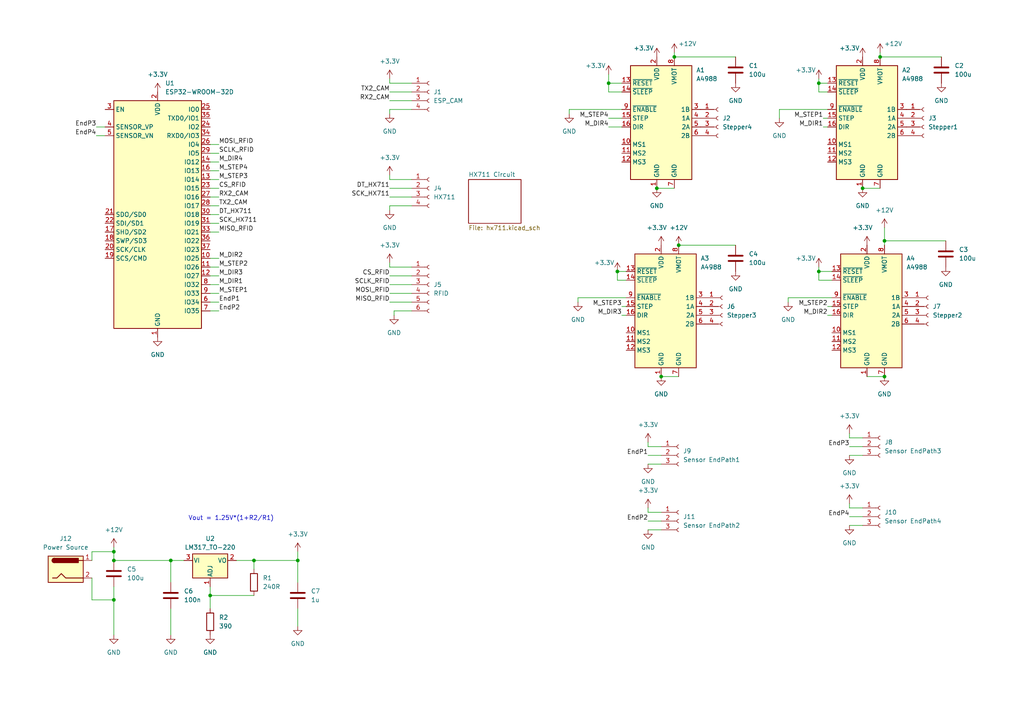
<source format=kicad_sch>
(kicad_sch (version 20230121) (generator eeschema)
  (paper "A4")
  (lib_symbols
    (symbol "Connector:Conn_01x03_Socket" (pin_names (offset 1.016) hide)
      (property "Reference" "J" (at 0 5.08 0))
      (property "Value" "Conn_01x03_Socket" (at 0 -5.08 0))
      (symbol "Conn_01x03_Socket_1_1"
        (arc (start 0 -2.032) (mid -0.5058 -2.54) (end 0 -3.048) (stroke (width 0.1524)))
        (polyline (pts (xy -1.27 -2.54) (xy -0.508 -2.54)) (stroke (width 0.1524)))
        (polyline (pts (xy -1.27 0) (xy -0.508 0)) (stroke (width 0.1524)))
        (polyline (pts (xy -1.27 2.54) (xy -0.508 2.54)) (stroke (width 0.1524)))
        (arc (start 0 0.508) (mid -0.5058 0) (end 0 -0.508) (stroke (width 0.1524)))
        (arc (start 0 3.048) (mid -0.5058 2.54) (end 0 2.032) (stroke (width 0.1524)))
        (pin passive line (at -5.08 2.54 0) (length 3.81) (name "Pin_1") (number "1"))
        (pin passive line (at -5.08 0 0) (length 3.81) (name "Pin_2") (number "2"))
        (pin passive line (at -5.08 -2.54 0) (length 3.81) (name "Pin_3") (number "3"))
      )
    )
    (symbol "Connector:Conn_01x04_Socket" (pin_names (offset 1.016) hide)
      (property "Reference" "J" (at 0 5.08 0))
      (property "Value" "Conn_01x04_Socket" (at 0 -7.62 0))
      (symbol "Conn_01x04_Socket_1_1"
        (arc (start 0 -4.572) (mid -0.5058 -5.08) (end 0 -5.588) (stroke (width 0.1524)))
        (arc (start 0 -2.032) (mid -0.5058 -2.54) (end 0 -3.048) (stroke (width 0.1524)))
        (polyline (pts (xy -1.27 -5.08) (xy -0.508 -5.08)) (stroke (width 0.1524)))
        (polyline (pts (xy -1.27 -2.54) (xy -0.508 -2.54)) (stroke (width 0.1524)))
        (polyline (pts (xy -1.27 0) (xy -0.508 0)) (stroke (width 0.1524)))
        (polyline (pts (xy -1.27 2.54) (xy -0.508 2.54)) (stroke (width 0.1524)))
        (arc (start 0 0.508) (mid -0.5058 0) (end 0 -0.508) (stroke (width 0.1524)))
        (arc (start 0 3.048) (mid -0.5058 2.54) (end 0 2.032) (stroke (width 0.1524)))
        (pin passive line (at -5.08 2.54 0) (length 3.81) (name "Pin_1") (number "1"))
        (pin passive line (at -5.08 0 0) (length 3.81) (name "Pin_2") (number "2"))
        (pin passive line (at -5.08 -2.54 0) (length 3.81) (name "Pin_3") (number "3"))
        (pin passive line (at -5.08 -5.08 0) (length 3.81) (name "Pin_4") (number "4"))
      )
    )
    (symbol "Connector:Conn_01x06_Socket" (pin_names (offset 1.016) hide)
      (property "Reference" "J" (at 0 7.62 0))
      (property "Value" "Conn_01x06_Socket" (at 0 -10.16 0))
      (symbol "Conn_01x06_Socket_1_1"
        (arc (start 0 -7.112) (mid -0.5058 -7.62) (end 0 -8.128) (stroke (width 0.1524)))
        (arc (start 0 -4.572) (mid -0.5058 -5.08) (end 0 -5.588) (stroke (width 0.1524)))
        (arc (start 0 -2.032) (mid -0.5058 -2.54) (end 0 -3.048) (stroke (width 0.1524)))
        (polyline (pts (xy -1.27 -7.62) (xy -0.508 -7.62)) (stroke (width 0.1524)))
        (polyline (pts (xy -1.27 -5.08) (xy -0.508 -5.08)) (stroke (width 0.1524)))
        (polyline (pts (xy -1.27 -2.54) (xy -0.508 -2.54)) (stroke (width 0.1524)))
        (polyline (pts (xy -1.27 0) (xy -0.508 0)) (stroke (width 0.1524)))
        (polyline (pts (xy -1.27 2.54) (xy -0.508 2.54)) (stroke (width 0.1524)))
        (polyline (pts (xy -1.27 5.08) (xy -0.508 5.08)) (stroke (width 0.1524)))
        (arc (start 0 0.508) (mid -0.5058 0) (end 0 -0.508) (stroke (width 0.1524)))
        (arc (start 0 3.048) (mid -0.5058 2.54) (end 0 2.032) (stroke (width 0.1524)))
        (arc (start 0 5.588) (mid -0.5058 5.08) (end 0 4.572) (stroke (width 0.1524)))
        (pin passive line (at -5.08 5.08 0) (length 3.81) (name "Pin_1") (number "1"))
        (pin passive line (at -5.08 2.54 0) (length 3.81) (name "Pin_2") (number "2"))
        (pin passive line (at -5.08 0 0) (length 3.81) (name "Pin_3") (number "3"))
        (pin passive line (at -5.08 -2.54 0) (length 3.81) (name "Pin_4") (number "4"))
        (pin passive line (at -5.08 -5.08 0) (length 3.81) (name "Pin_5") (number "5"))
        (pin passive line (at -5.08 -7.62 0) (length 3.81) (name "Pin_6") (number "6"))
      )
    )
    (symbol "Connector:Jack-DC" (pin_names (offset 1.016))
      (property "Reference" "J" (at 0 5.334 0))
      (property "Value" "Jack-DC" (at 0 -5.08 0))
      (symbol "Jack-DC_0_1"
        (rectangle (start -5.08 3.81) (end 5.08 -3.81) (stroke (width 0.254)) (fill (type background)))
        (arc (start -3.302 3.175) (mid -3.9343 2.54) (end -3.302 1.905) (stroke (width 0.254)))
        (arc (start -3.302 3.175) (mid -3.9343 2.54) (end -3.302 1.905) (stroke (width 0.254)) (fill (type outline)))
        (polyline (pts (xy 5.08 2.54) (xy 3.81 2.54)) (stroke (width 0.254)))
        (polyline (pts (xy -3.81 -2.54) (xy -2.54 -2.54) (xy -1.27 -1.27) (xy 0 -2.54) (xy 2.54 -2.54) (xy 5.08 -2.54)) (stroke (width 0.254)))
        (rectangle (start 3.683 3.175) (end -3.302 1.905) (stroke (width 0.254)) (fill (type outline)))
      )
      (symbol "Jack-DC_1_1"
        (pin passive line (at 7.62 2.54 180) (length 2.54) (name "~") (number "1"))
        (pin passive line (at 7.62 -2.54 180) (length 2.54) (name "~") (number "2"))
      )
    )
    (symbol "Device:C" (pin_numbers hide) (pin_names (offset 0.254))
      (property "Reference" "C" (at 0.635 2.54 0))
      (property "Value" "C" (at 0.635 -2.54 0))
      (symbol "C_0_1"
        (polyline (pts (xy -2.032 -0.762) (xy 2.032 -0.762)) (stroke (width 0.508)))
        (polyline (pts (xy -2.032 0.762) (xy 2.032 0.762)) (stroke (width 0.508)))
      )
      (symbol "C_1_1"
        (pin passive line (at 0 3.81 270) (length 2.794) (name "~") (number "1"))
        (pin passive line (at 0 -3.81 90) (length 2.794) (name "~") (number "2"))
      )
    )
    (symbol "Device:R" (pin_numbers hide) (pin_names (offset 0))
      (property "Reference" "R" (at 2.032 0 90))
      (property "Value" "R" (at 0 0 90))
      (symbol "R_0_1"
        (rectangle (start -1.016 -2.54) (end 1.016 2.54) (stroke (width 0.254)))
      )
      (symbol "R_1_1"
        (pin passive line (at 0 3.81 270) (length 1.27) (name "~") (number "1"))
        (pin passive line (at 0 -3.81 90) (length 1.27) (name "~") (number "2"))
      )
    )
    (symbol "Driver_Motor:Pololu_Breakout_A4988"
      (property "Reference" "A" (at -2.54 19.05 0))
      (property "Value" "Pololu_Breakout_A4988" (at -2.54 16.51 0))
      (symbol "Pololu_Breakout_A4988_0_1"
        (rectangle (start 10.16 -17.78) (end -7.62 15.24) (stroke (width 0.254)) (fill (type background)))
      )
      (symbol "Pololu_Breakout_A4988_1_1"
        (pin power_in line (at 0 -20.32 90) (length 2.54) (name "GND") (number "1"))
        (pin input line (at -10.16 -7.62 0) (length 2.54) (name "MS1") (number "10"))
        (pin input line (at -10.16 -10.16 0) (length 2.54) (name "MS2") (number "11"))
        (pin input line (at -10.16 -12.7 0) (length 2.54) (name "MS3") (number "12"))
        (pin input line (at -10.16 10.16 0) (length 2.54) (name "~{RESET}") (number "13"))
        (pin input line (at -10.16 7.62 0) (length 2.54) (name "~{SLEEP}") (number "14"))
        (pin input line (at -10.16 0 0) (length 2.54) (name "STEP") (number "15"))
        (pin input line (at -10.16 -2.54 0) (length 2.54) (name "DIR") (number "16"))
        (pin power_in line (at 0 17.78 270) (length 2.54) (name "VDD") (number "2"))
        (pin output line (at 12.7 2.54 180) (length 2.54) (name "1B") (number "3"))
        (pin output line (at 12.7 0 180) (length 2.54) (name "1A") (number "4"))
        (pin output line (at 12.7 -2.54 180) (length 2.54) (name "2A") (number "5"))
        (pin output line (at 12.7 -5.08 180) (length 2.54) (name "2B") (number "6"))
        (pin power_in line (at 5.08 -20.32 90) (length 2.54) (name "GND") (number "7"))
        (pin power_in line (at 5.08 17.78 270) (length 2.54) (name "VMOT") (number "8"))
        (pin input line (at -10.16 2.54 0) (length 2.54) (name "~{ENABLE}") (number "9"))
      )
    )
    (symbol "RF_Module:ESP32-WROOM-32D"
      (property "Reference" "U" (at -12.7 34.29 0))
      (property "Value" "ESP32-WROOM-32D" (at 1.27 34.29 0))
      (symbol "ESP32-WROOM-32D_0_1"
        (rectangle (start -12.7 33.02) (end 12.7 -33.02) (stroke (width 0.254)) (fill (type background)))
      )
      (symbol "ESP32-WROOM-32D_1_1"
        (pin power_in line (at 0 -35.56 90) (length 2.54) (name "GND") (number "1"))
        (pin bidirectional line (at 15.24 -12.7 180) (length 2.54) (name "IO25") (number "10"))
        (pin bidirectional line (at 15.24 -15.24 180) (length 2.54) (name "IO26") (number "11"))
        (pin bidirectional line (at 15.24 -17.78 180) (length 2.54) (name "IO27") (number "12"))
        (pin bidirectional line (at 15.24 10.16 180) (length 2.54) (name "IO14") (number "13"))
        (pin bidirectional line (at 15.24 15.24 180) (length 2.54) (name "IO12") (number "14"))
        (pin passive line (at 0 -35.56 90) (length 2.54) hide (name "GND") (number "15"))
        (pin bidirectional line (at 15.24 12.7 180) (length 2.54) (name "IO13") (number "16"))
        (pin bidirectional line (at -15.24 -5.08 0) (length 2.54) (name "SHD/SD2") (number "17"))
        (pin bidirectional line (at -15.24 -7.62 0) (length 2.54) (name "SWP/SD3") (number "18"))
        (pin bidirectional line (at -15.24 -12.7 0) (length 2.54) (name "SCS/CMD") (number "19"))
        (pin power_in line (at 0 35.56 270) (length 2.54) (name "VDD") (number "2"))
        (pin bidirectional line (at -15.24 -10.16 0) (length 2.54) (name "SCK/CLK") (number "20"))
        (pin bidirectional line (at -15.24 0 0) (length 2.54) (name "SDO/SD0") (number "21"))
        (pin bidirectional line (at -15.24 -2.54 0) (length 2.54) (name "SDI/SD1") (number "22"))
        (pin bidirectional line (at 15.24 7.62 180) (length 2.54) (name "IO15") (number "23"))
        (pin bidirectional line (at 15.24 25.4 180) (length 2.54) (name "IO2") (number "24"))
        (pin bidirectional line (at 15.24 30.48 180) (length 2.54) (name "IO0") (number "25"))
        (pin bidirectional line (at 15.24 20.32 180) (length 2.54) (name "IO4") (number "26"))
        (pin bidirectional line (at 15.24 5.08 180) (length 2.54) (name "IO16") (number "27"))
        (pin bidirectional line (at 15.24 2.54 180) (length 2.54) (name "IO17") (number "28"))
        (pin bidirectional line (at 15.24 17.78 180) (length 2.54) (name "IO5") (number "29"))
        (pin input line (at -15.24 30.48 0) (length 2.54) (name "EN") (number "3"))
        (pin bidirectional line (at 15.24 0 180) (length 2.54) (name "IO18") (number "30"))
        (pin bidirectional line (at 15.24 -2.54 180) (length 2.54) (name "IO19") (number "31"))
        (pin no_connect line (at -12.7 -27.94 0) (length 2.54) hide (name "NC") (number "32"))
        (pin bidirectional line (at 15.24 -5.08 180) (length 2.54) (name "IO21") (number "33"))
        (pin bidirectional line (at 15.24 22.86 180) (length 2.54) (name "RXD0/IO3") (number "34"))
        (pin bidirectional line (at 15.24 27.94 180) (length 2.54) (name "TXD0/IO1") (number "35"))
        (pin bidirectional line (at 15.24 -7.62 180) (length 2.54) (name "IO22") (number "36"))
        (pin bidirectional line (at 15.24 -10.16 180) (length 2.54) (name "IO23") (number "37"))
        (pin passive line (at 0 -35.56 90) (length 2.54) hide (name "GND") (number "38"))
        (pin passive line (at 0 -35.56 90) (length 2.54) hide (name "GND") (number "39"))
        (pin input line (at -15.24 25.4 0) (length 2.54) (name "SENSOR_VP") (number "4"))
        (pin input line (at -15.24 22.86 0) (length 2.54) (name "SENSOR_VN") (number "5"))
        (pin input line (at 15.24 -25.4 180) (length 2.54) (name "IO34") (number "6"))
        (pin input line (at 15.24 -27.94 180) (length 2.54) (name "IO35") (number "7"))
        (pin bidirectional line (at 15.24 -20.32 180) (length 2.54) (name "IO32") (number "8"))
        (pin bidirectional line (at 15.24 -22.86 180) (length 2.54) (name "IO33") (number "9"))
      )
    )
    (symbol "Regulator_Linear:LM317_TO-220" (pin_names (offset 0.254))
      (property "Reference" "U" (at -3.81 3.175 0))
      (property "Value" "LM317_TO-220" (at 0 3.175 0))
      (symbol "LM317_TO-220_0_1"
        (rectangle (start -5.08 1.905) (end 5.08 -5.08) (stroke (width 0.254)) (fill (type background)))
      )
      (symbol "LM317_TO-220_1_1"
        (pin input line (at 0 -7.62 90) (length 2.54) (name "ADJ") (number "1"))
        (pin power_out line (at 7.62 0 180) (length 2.54) (name "VO") (number "2"))
        (pin power_in line (at -7.62 0 0) (length 2.54) (name "VI") (number "3"))
      )
    )
    (symbol "power:+12V" (power) (pin_names (offset 0))
      (property "Value" "+12V" (at 0 3.556 0))
      (symbol "+12V_0_1"
        (polyline (pts (xy -0.762 1.27) (xy 0 2.54)))
        (polyline (pts (xy 0 0) (xy 0 2.54)))
        (polyline (pts (xy 0 2.54) (xy 0.762 1.27)))
      )
      (symbol "+12V_1_1"
        (pin power_in line (at 0 0 90) (length 0) hide (name "+12V") (number "1"))
      )
    )
    (symbol "power:+3.3V" (power) (pin_names (offset 0))
      (property "Value" "+3.3V" (at 0 3.556 0))
      (symbol "+3.3V_0_1"
        (polyline (pts (xy -0.762 1.27) (xy 0 2.54)))
        (polyline (pts (xy 0 0) (xy 0 2.54)))
        (polyline (pts (xy 0 2.54) (xy 0.762 1.27)))
      )
      (symbol "+3.3V_1_1"
        (pin power_in line (at 0 0 90) (length 0) hide (name "+3.3V") (number "1"))
      )
    )
    (symbol "power:GND" (power) (pin_names (offset 0))
      (property "Value" "GND" (at 0 -3.81 0))
      (symbol "GND_0_1"
        (polyline (pts (xy 0 0) (xy 0 -1.27) (xy 1.27 -1.27) (xy 0 -2.54) (xy -1.27 -1.27) (xy 0 -1.27)))
      )
      (symbol "GND_1_1"
        (pin power_in line (at 0 0 270) (length 0) hide (name "GND") (number "1"))
      )
    )
  )
  (junction (at 190.5 54.61))
  (junction (at 237.49 78.74))
  (junction (at 33.02 160.02))
  (junction (at 179.07 78.74))
  (junction (at 49.53 162.56))
  (junction (at 86.36 162.56))
  (junction (at 255.27 16.51))
  (junction (at 176.53 24.13))
  (junction (at 256.54 69.85))
  (junction (at 256.54 109.22))
  (junction (at 60.96 172.72))
  (junction (at 196.85 71.12))
  (junction (at 195.58 16.51))
  (junction (at 250.19 54.61))
  (junction (at 33.02 162.56))
  (junction (at 73.66 162.56))
  (junction (at 33.02 173.99))
  (junction (at 191.77 109.22))
  (junction (at 237.49 24.13))
  (wire (pts (xy 113.03 26.67) (xy 119.38 26.67)))
  (wire (pts (xy 113.03 87.63) (xy 119.38 87.63)))
  (wire (pts (xy 33.02 158.75) (xy 33.02 160.02)))
  (wire (pts (xy 63.5 57.15) (xy 60.96 57.15)))
  (wire (pts (xy 68.58 162.56) (xy 73.66 162.56)))
  (wire (pts (xy 237.49 26.67) (xy 240.03 26.67)))
  (wire (pts (xy 113.03 82.55) (xy 119.38 82.55)))
  (wire (pts (xy 49.53 162.56) (xy 49.53 168.91)))
  (wire (pts (xy 113.03 22.86) (xy 113.03 24.13)))
  (wire (pts (xy 60.96 62.23) (xy 63.5 62.23)))
  (wire (pts (xy 165.1 33.02) (xy 165.1 31.75)))
  (wire (pts (xy 180.34 91.44) (xy 181.61 91.44)))
  (wire (pts (xy 63.5 41.91) (xy 60.96 41.91)))
  (wire (pts (xy 113.03 77.47) (xy 119.38 77.47)))
  (wire (pts (xy 63.5 59.69) (xy 60.96 59.69)))
  (wire (pts (xy 114.3 90.17) (xy 114.3 91.44)))
  (wire (pts (xy 26.67 162.56) (xy 26.67 160.02)))
  (wire (pts (xy 63.5 80.01) (xy 60.96 80.01)))
  (wire (pts (xy 250.19 54.61) (xy 255.27 54.61)))
  (wire (pts (xy 176.53 24.13) (xy 176.53 21.59)))
  (wire (pts (xy 113.03 50.8) (xy 113.03 52.07)))
  (wire (pts (xy 179.07 78.74) (xy 181.61 78.74)))
  (wire (pts (xy 113.03 80.01) (xy 119.38 80.01)))
  (wire (pts (xy 167.64 86.36) (xy 167.64 87.63)))
  (wire (pts (xy 196.85 71.12) (xy 213.36 71.12)))
  (wire (pts (xy 246.38 146.05) (xy 246.38 147.32)))
  (wire (pts (xy 191.77 134.62) (xy 187.96 134.62)))
  (wire (pts (xy 187.96 151.13) (xy 191.77 151.13)))
  (wire (pts (xy 26.67 160.02) (xy 33.02 160.02)))
  (wire (pts (xy 187.96 147.32) (xy 187.96 148.59)))
  (wire (pts (xy 86.36 168.91) (xy 86.36 162.56)))
  (wire (pts (xy 86.36 160.02) (xy 86.36 162.56)))
  (wire (pts (xy 228.6 86.36) (xy 241.3 86.36)))
  (wire (pts (xy 238.76 36.83) (xy 240.03 36.83)))
  (wire (pts (xy 113.03 52.07) (xy 119.38 52.07)))
  (wire (pts (xy 73.66 162.56) (xy 73.66 165.1)))
  (wire (pts (xy 250.19 132.08) (xy 246.38 132.08)))
  (wire (pts (xy 60.96 172.72) (xy 73.66 172.72)))
  (wire (pts (xy 179.07 81.28) (xy 179.07 78.74)))
  (wire (pts (xy 187.96 128.27) (xy 187.96 129.54)))
  (wire (pts (xy 113.03 31.75) (xy 119.38 31.75)))
  (wire (pts (xy 226.06 31.75) (xy 240.03 31.75)))
  (wire (pts (xy 26.67 173.99) (xy 33.02 173.99)))
  (wire (pts (xy 63.5 46.99) (xy 60.96 46.99)))
  (wire (pts (xy 228.6 87.63) (xy 228.6 86.36)))
  (wire (pts (xy 195.58 15.24) (xy 195.58 16.51)))
  (wire (pts (xy 237.49 24.13) (xy 240.03 24.13)))
  (wire (pts (xy 113.03 24.13) (xy 119.38 24.13)))
  (wire (pts (xy 246.38 125.73) (xy 246.38 127)))
  (wire (pts (xy 63.5 49.53) (xy 60.96 49.53)))
  (wire (pts (xy 274.32 69.85) (xy 256.54 69.85)))
  (wire (pts (xy 113.03 54.61) (xy 119.38 54.61)))
  (wire (pts (xy 60.96 170.18) (xy 60.96 172.72)))
  (wire (pts (xy 187.96 148.59) (xy 191.77 148.59)))
  (wire (pts (xy 113.03 60.96) (xy 113.03 59.69)))
  (wire (pts (xy 33.02 160.02) (xy 33.02 162.56)))
  (wire (pts (xy 33.02 173.99) (xy 33.02 170.18)))
  (wire (pts (xy 181.61 86.36) (xy 167.64 86.36)))
  (wire (pts (xy 256.54 69.85) (xy 256.54 71.12)))
  (wire (pts (xy 213.36 16.51) (xy 195.58 16.51)))
  (wire (pts (xy 63.5 87.63) (xy 60.96 87.63)))
  (wire (pts (xy 113.03 29.21) (xy 119.38 29.21)))
  (wire (pts (xy 181.61 81.28) (xy 179.07 81.28)))
  (wire (pts (xy 49.53 162.56) (xy 53.34 162.56)))
  (wire (pts (xy 165.1 31.75) (xy 180.34 31.75)))
  (wire (pts (xy 180.34 26.67) (xy 176.53 26.67)))
  (wire (pts (xy 113.03 85.09) (xy 119.38 85.09)))
  (wire (pts (xy 60.96 172.72) (xy 60.96 176.53)))
  (wire (pts (xy 246.38 147.32) (xy 250.19 147.32)))
  (wire (pts (xy 27.94 36.83) (xy 30.48 36.83)))
  (wire (pts (xy 63.5 67.31) (xy 60.96 67.31)))
  (wire (pts (xy 176.53 36.83) (xy 180.34 36.83)))
  (wire (pts (xy 191.77 153.67) (xy 187.96 153.67)))
  (wire (pts (xy 176.53 26.67) (xy 176.53 24.13)))
  (wire (pts (xy 63.5 77.47) (xy 60.96 77.47)))
  (wire (pts (xy 250.19 152.4) (xy 246.38 152.4)))
  (wire (pts (xy 63.5 90.17) (xy 60.96 90.17)))
  (wire (pts (xy 246.38 127) (xy 250.19 127)))
  (wire (pts (xy 190.5 54.61) (xy 195.58 54.61)))
  (wire (pts (xy 256.54 66.04) (xy 256.54 69.85)))
  (wire (pts (xy 241.3 78.74) (xy 237.49 78.74)))
  (wire (pts (xy 238.76 34.29) (xy 240.03 34.29)))
  (wire (pts (xy 63.5 82.55) (xy 60.96 82.55)))
  (wire (pts (xy 63.5 74.93) (xy 60.96 74.93)))
  (wire (pts (xy 240.03 91.44) (xy 241.3 91.44)))
  (wire (pts (xy 119.38 90.17) (xy 114.3 90.17)))
  (wire (pts (xy 33.02 162.56) (xy 49.53 162.56)))
  (wire (pts (xy 33.02 184.15) (xy 33.02 173.99)))
  (wire (pts (xy 255.27 15.24) (xy 255.27 16.51)))
  (wire (pts (xy 113.03 57.15) (xy 119.38 57.15)))
  (wire (pts (xy 237.49 24.13) (xy 237.49 26.67)))
  (wire (pts (xy 113.03 59.69) (xy 119.38 59.69)))
  (wire (pts (xy 86.36 162.56) (xy 73.66 162.56)))
  (wire (pts (xy 240.03 88.9) (xy 241.3 88.9)))
  (wire (pts (xy 241.3 81.28) (xy 237.49 81.28)))
  (wire (pts (xy 180.34 88.9) (xy 181.61 88.9)))
  (wire (pts (xy 86.36 181.61) (xy 86.36 176.53)))
  (wire (pts (xy 246.38 149.86) (xy 250.19 149.86)))
  (wire (pts (xy 63.5 54.61) (xy 60.96 54.61)))
  (wire (pts (xy 176.53 34.29) (xy 180.34 34.29)))
  (wire (pts (xy 187.96 132.08) (xy 191.77 132.08)))
  (wire (pts (xy 63.5 44.45) (xy 60.96 44.45)))
  (wire (pts (xy 63.5 85.09) (xy 60.96 85.09)))
  (wire (pts (xy 26.67 167.64) (xy 26.67 173.99)))
  (wire (pts (xy 237.49 81.28) (xy 237.49 78.74)))
  (wire (pts (xy 226.06 34.29) (xy 226.06 31.75)))
  (wire (pts (xy 237.49 22.86) (xy 237.49 24.13)))
  (wire (pts (xy 251.46 109.22) (xy 256.54 109.22)))
  (wire (pts (xy 113.03 33.02) (xy 113.03 31.75)))
  (wire (pts (xy 27.94 39.37) (xy 30.48 39.37)))
  (wire (pts (xy 246.38 129.54) (xy 250.19 129.54)))
  (wire (pts (xy 63.5 52.07) (xy 60.96 52.07)))
  (wire (pts (xy 113.03 76.2) (xy 113.03 77.47)))
  (wire (pts (xy 176.53 24.13) (xy 180.34 24.13)))
  (wire (pts (xy 237.49 78.74) (xy 237.49 77.47)))
  (wire (pts (xy 49.53 176.53) (xy 49.53 184.15)))
  (wire (pts (xy 60.96 64.77) (xy 63.5 64.77)))
  (wire (pts (xy 187.96 129.54) (xy 191.77 129.54)))
  (wire (pts (xy 191.77 109.22) (xy 196.85 109.22)))
  (wire (pts (xy 273.05 16.51) (xy 255.27 16.51)))
  (text "Vout = 1.25V*(1+R2/R1)" (at 54.61 151.13 0) (effects (font (size 1.27 1.27)) (justify left bottom)))
  (label "DT_HX711" (at 63.5 62.23 0))
  (label "MISO_RFID" (at 63.5 67.31 0))
  (label "M_STEP3" (at 180.34 88.9 180))
  (label "MOSI_RFID" (at 113.03 85.09 180))
  (label "SCLK_RFID" (at 63.5 44.45 0))
  (label "M_DIR4" (at 176.53 36.83 180))
  (label "M_STEP4" (at 176.53 34.29 180))
  (label "M_STEP1" (at 63.5 85.09 0))
  (label "SCK_HX711" (at 113.03 57.15 180))
  (label "M_DIR3" (at 180.34 91.44 180))
  (label "RX2_CAM" (at 113.03 29.21 180))
  (label "EndP1" (at 63.5 87.63 0))
  (label "M_DIR2" (at 63.5 74.93 0))
  (label "M_DIR1" (at 238.76 36.83 180))
  (label "M_DIR1" (at 63.5 82.55 0))
  (label "EndP3" (at 246.38 129.54 180))
  (label "M_DIR3" (at 63.5 80.01 0))
  (label "M_STEP2" (at 63.5 77.47 0))
  (label "M_STEP4" (at 63.5 49.53 0))
  (label "EndP4" (at 246.38 149.86 180))
  (label "EndP4" (at 27.94 39.37 180))
  (label "CS_RFID" (at 63.5 54.61 0))
  (label "TX2_CAM" (at 63.5 59.69 0))
  (label "DT_HX711" (at 113.03 54.61 180))
  (label "MISO_RFID" (at 113.03 87.63 180))
  (label "M_DIR2" (at 240.03 91.44 180))
  (label "EndP2" (at 63.5 90.17 0))
  (label "M_DIR4" (at 63.5 46.99 0))
  (label "MOSI_RFID" (at 63.5 41.91 0))
  (label "M_STEP2" (at 240.03 88.9 180))
  (label "CS_RFID" (at 113.03 80.01 180))
  (label "RX2_CAM" (at 63.5 57.15 0))
  (label "M_STEP3" (at 63.5 52.07 0))
  (label "EndP2" (at 187.96 151.13 180))
  (label "SCLK_RFID" (at 113.03 82.55 180))
  (label "EndP1" (at 187.96 132.08 180))
  (label "SCK_HX711" (at 63.5 64.77 0))
  (label "M_STEP1" (at 238.76 34.29 180))
  (label "TX2_CAM" (at 113.03 26.67 180))
  (label "EndP3" (at 27.94 36.83 180))
  (symbol (lib_id "Driver_Motor:Pololu_Breakout_A4988") (at 191.77 88.9 0) (unit 1)
    (property "Reference" "A3" (at 203.2 74.93 0) (effects (justify left)))
    (property "Value" "A4988" (at 203.2 77.47 0) (effects (justify left)))
    (property "Footprint" "Module:Pololu_Breakout-16_15.2x20.3mm" (effects hide))
    (property "Datasheet" "https://www.pololu.com/product/2980/pictures" (effects hide))
  )
  (symbol (lib_id "Connector:Conn_01x03_Socket") (at 196.85 151.13 0) (unit 1)
    (property "Reference" "J11" (at 198.12 149.86 0) (effects (justify left)))
    (property "Value" "Sensor EndPath2" (at 198.12 152.4 0) (effects (justify left)))
  )
  (symbol (lib_id "power:+3.3V") (at 113.03 22.86 0) (unit 1)
    (property "Reference" "#PWR06" (effects hide))
    (property "Value" "+3.3V" (at 113.03 17.78 0))
  )
  (symbol (lib_id "Driver_Motor:Pololu_Breakout_A4988") (at 250.19 34.29 0) (unit 1)
    (property "Reference" "A2" (at 261.62 20.32 0) (effects (justify left)))
    (property "Value" "A4988" (at 261.62 22.86 0) (effects (justify left)))
    (property "Footprint" "Module:Pololu_Breakout-16_15.2x20.3mm" (effects hide))
    (property "Datasheet" "https://www.pololu.com/product/2980/pictures" (effects hide))
  )
  (symbol (lib_id "power:+3.3V") (at 187.96 147.32 0) (unit 1)
    (property "Reference" "#PWR038" (effects hide))
    (property "Value" "+3.3V" (at 187.96 142.24 0))
  )
  (symbol (lib_id "power:GND") (at 213.36 24.13 0) (unit 1)
    (property "Reference" "#PWR08" (effects hide))
    (property "Value" "GND" (at 213.36 29.21 0))
  )
  (symbol (lib_id "power:+3.3V") (at 250.19 16.51 0) (unit 1)
    (property "Reference" "#PWR04" (effects hide))
    (property "Value" "+3.3V" (at 246.38 13.97 0))
  )
  (symbol (lib_id "power:+3.3V") (at 113.03 76.2 0) (unit 1)
    (property "Reference" "#PWR022" (effects hide))
    (property "Value" "+3.3V" (at 113.03 71.12 0))
  )
  (symbol (lib_id "power:+3.3V") (at 187.96 128.27 0) (unit 1)
    (property "Reference" "#PWR034" (effects hide))
    (property "Value" "+3.3V" (at 187.96 123.19 0))
  )
  (symbol (lib_id "power:GND") (at 213.36 78.74 0) (unit 1)
    (property "Reference" "#PWR026" (effects hide))
    (property "Value" "GND" (at 213.36 83.82 0))
  )
  (symbol (lib_id "Connector:Conn_01x03_Socket") (at 255.27 129.54 0) (unit 1)
    (property "Reference" "J8" (at 256.54 128.27 0) (effects (justify left)))
    (property "Value" "Sensor EndPath3" (at 256.54 130.81 0) (effects (justify left)))
  )
  (symbol (lib_id "power:+12V") (at 195.58 15.24 0) (unit 1)
    (property "Reference" "#PWR01" (effects hide))
    (property "Value" "+12V" (at 199.39 12.7 0))
  )
  (symbol (lib_id "power:GND") (at 49.53 184.15 0) (unit 1)
    (property "Reference" "#PWR045" (effects hide))
    (property "Value" "GND" (at 49.53 189.23 0))
  )
  (symbol (lib_id "power:+12V") (at 255.27 15.24 0) (unit 1)
    (property "Reference" "#PWR02" (effects hide))
    (property "Value" "+12V" (at 259.08 12.7 0))
  )
  (symbol (lib_id "power:GND") (at 113.03 33.02 0) (unit 1)
    (property "Reference" "#PWR011" (effects hide))
    (property "Value" "GND" (at 113.03 38.1 0))
  )
  (symbol (lib_id "power:GND") (at 33.02 184.15 0) (unit 1)
    (property "Reference" "#PWR044" (effects hide))
    (property "Value" "GND" (at 33.02 189.23 0))
  )
  (symbol (lib_id "Connector:Conn_01x03_Socket") (at 255.27 149.86 0) (unit 1)
    (property "Reference" "J10" (at 256.54 148.59 0) (effects (justify left)))
    (property "Value" "Sensor EndPath4" (at 256.54 151.13 0) (effects (justify left)))
  )
  (symbol (lib_id "power:GND") (at 190.5 54.61 0) (unit 1)
    (property "Reference" "#PWR015" (effects hide))
    (property "Value" "GND" (at 190.5 59.69 0))
  )
  (symbol (lib_id "power:GND") (at 250.19 54.61 0) (unit 1)
    (property "Reference" "#PWR016" (effects hide))
    (property "Value" "GND" (at 250.19 59.69 0))
  )
  (symbol (lib_id "Connector:Jack-DC") (at 19.05 165.1 0) (unit 1)
    (property "Reference" "J12" (at 19.05 156.21 0))
    (property "Value" "Power Source" (at 19.05 158.75 0))
    (property "Footprint" "Connector_BarrelJack:BarrelJack_SwitchcraftConxall_RAPC10U_Horizontal" (effects hide))
  )
  (symbol (lib_id "power:+3.3V") (at 113.03 50.8 0) (unit 1)
    (property "Reference" "#PWR014" (effects hide))
    (property "Value" "+3.3V" (at 113.03 45.72 0))
  )
  (symbol (lib_id "power:GND") (at 114.3 91.44 0) (unit 1)
    (property "Reference" "#PWR029" (effects hide))
    (property "Value" "GND" (at 114.3 96.52 0))
  )
  (symbol (lib_id "power:+3.3V") (at 190.5 16.51 0) (unit 1)
    (property "Reference" "#PWR03" (effects hide))
    (property "Value" "+3.3V" (at 186.69 13.97 0))
  )
  (symbol (lib_id "Connector:Conn_01x04_Socket") (at 124.46 26.67 0) (unit 1)
    (property "Reference" "J1" (at 125.73 26.67 0) (effects (justify left)))
    (property "Value" "ESP_CAM" (at 125.73 29.21 0) (effects (justify left)))
  )
  (symbol (lib_id "power:+3.3V") (at 246.38 146.05 0) (unit 1)
    (property "Reference" "#PWR037" (effects hide))
    (property "Value" "+3.3V" (at 246.38 140.97 0))
  )
  (symbol (lib_id "power:GND") (at 60.96 184.15 0) (unit 1)
    (property "Reference" "#PWR046" (effects hide))
    (property "Value" "GND" (at 60.96 189.23 0))
  )
  (symbol (lib_id "power:+12V") (at 33.02 158.75 0) (unit 1)
    (property "Reference" "#PWR041" (effects hide))
    (property "Value" "+12V" (at 33.02 153.67 0))
  )
  (symbol (lib_id "power:GND") (at 187.96 134.62 0) (unit 1)
    (property "Reference" "#PWR036" (effects hide))
    (property "Value" "GND" (at 187.96 139.7 0))
  )
  (symbol (lib_id "power:GND") (at 246.38 152.4 0) (unit 1)
    (property "Reference" "#PWR039" (effects hide))
    (property "Value" "GND" (at 246.38 157.48 0))
  )
  (symbol (lib_id "power:GND") (at 256.54 109.22 0) (unit 1)
    (property "Reference" "#PWR032" (effects hide))
    (property "Value" "GND" (at 256.54 114.3 0))
  )
  (symbol (lib_id "power:+3.3V") (at 251.46 71.12 0) (unit 1)
    (property "Reference" "#PWR021" (effects hide))
    (property "Value" "+3.3V" (at 250.19 66.04 0))
  )
  (symbol (lib_id "power:GND") (at 187.96 153.67 0) (unit 1)
    (property "Reference" "#PWR040" (effects hide))
    (property "Value" "GND" (at 187.96 158.75 0))
  )
  (symbol (lib_id "power:GND") (at 274.32 77.47 0) (unit 1)
    (property "Reference" "#PWR024" (effects hide))
    (property "Value" "GND" (at 274.32 82.55 0))
  )
  (symbol (lib_id "Connector:Conn_01x04_Socket") (at 124.46 54.61 0) (unit 1)
    (property "Reference" "J4" (at 125.73 54.61 0) (effects (justify left)))
    (property "Value" "HX711" (at 125.73 57.15 0) (effects (justify left)))
  )
  (symbol (lib_id "Device:C") (at 213.36 20.32 0) (unit 1)
    (property "Reference" "C1" (at 217.17 19.05 0) (effects (justify left)))
    (property "Value" "100u" (at 217.17 21.59 0) (effects (justify left)))
  )
  (symbol (lib_id "Regulator_Linear:LM317_TO-220") (at 60.96 162.56 0) (unit 1)
    (property "Reference" "U2" (at 60.96 156.21 0))
    (property "Value" "LM317_TO-220" (at 60.96 158.75 0))
    (property "Footprint" "Package_TO_SOT_THT:TO-220-3_Vertical" (effects hide))
    (property "Datasheet" "http://www.ti.com/lit/ds/symlink/lm317.pdf" (effects hide))
  )
  (symbol (lib_id "power:GND") (at 45.72 97.79 0) (unit 1)
    (property "Reference" "#PWR030" (effects hide))
    (property "Value" "GND" (at 45.72 102.87 0))
  )
  (symbol (lib_id "power:+3.3V") (at 179.07 78.74 0) (unit 1)
    (property "Reference" "#PWR025" (effects hide))
    (property "Value" "+3.3V" (at 175.26 76.2 0))
  )
  (symbol (lib_id "Device:C") (at 49.53 172.72 0) (unit 1)
    (property "Reference" "C6" (at 53.34 171.45 0) (effects (justify left)))
    (property "Value" "100n" (at 53.34 173.99 0) (effects (justify left)))
  )
  (symbol (lib_id "power:+3.3V") (at 237.49 77.47 0) (unit 1)
    (property "Reference" "#PWR023" (effects hide))
    (property "Value" "+3.3V" (at 233.68 74.93 0))
  )
  (symbol (lib_id "power:+3.3V") (at 45.72 26.67 0) (unit 1)
    (property "Reference" "#PWR010" (effects hide))
    (property "Value" "+3.3V" (at 45.72 21.59 0))
  )
  (symbol (lib_id "Device:R") (at 73.66 168.91 0) (unit 1)
    (property "Reference" "R1" (at 76.2 167.64 0) (effects (justify left)))
    (property "Value" "240R" (at 76.2 170.18 0) (effects (justify left)))
  )
  (symbol (lib_id "Connector:Conn_01x04_Socket") (at 269.24 88.9 0) (unit 1)
    (property "Reference" "J7" (at 270.51 88.9 0) (effects (justify left)))
    (property "Value" "Stepper2" (at 270.51 91.44 0) (effects (justify left)))
  )
  (symbol (lib_id "Driver_Motor:Pololu_Breakout_A4988") (at 190.5 34.29 0) (unit 1)
    (property "Reference" "A1" (at 201.93 20.32 0) (effects (justify left)))
    (property "Value" "A4988" (at 201.93 22.86 0) (effects (justify left)))
    (property "Footprint" "Module:Pololu_Breakout-16_15.2x20.3mm" (effects hide))
    (property "Datasheet" "https://www.pololu.com/product/2980/pictures" (effects hide))
  )
  (symbol (lib_id "power:+3.3V") (at 191.77 71.12 0) (unit 1)
    (property "Reference" "#PWR019" (effects hide))
    (property "Value" "+3.3V" (at 190.5 66.04 0))
  )
  (symbol (lib_id "power:+12V") (at 196.85 71.12 0) (unit 1)
    (property "Reference" "#PWR020" (effects hide))
    (property "Value" "+12V" (at 196.85 66.04 0))
  )
  (symbol (lib_id "Connector:Conn_01x06_Socket") (at 124.46 82.55 0) (unit 1)
    (property "Reference" "J5" (at 125.73 82.55 0) (effects (justify left)))
    (property "Value" "RFID" (at 125.73 85.09 0) (effects (justify left)))
  )
  (symbol (lib_id "Device:C") (at 274.32 73.66 0) (unit 1)
    (property "Reference" "C3" (at 278.13 72.39 0) (effects (justify left)))
    (property "Value" "100u" (at 278.13 74.93 0) (effects (justify left)))
  )
  (symbol (lib_id "Device:C") (at 86.36 172.72 0) (unit 1)
    (property "Reference" "C7" (at 90.17 171.45 0) (effects (justify left)))
    (property "Value" "1u" (at 90.17 173.99 0) (effects (justify left)))
  )
  (symbol (lib_id "Device:C") (at 273.05 20.32 0) (unit 1)
    (property "Reference" "C2" (at 276.86 19.05 0) (effects (justify left)))
    (property "Value" "100u" (at 276.86 21.59 0) (effects (justify left)))
  )
  (symbol (lib_id "power:GND") (at 228.6 87.63 0) (unit 1)
    (property "Reference" "#PWR028" (effects hide))
    (property "Value" "GND" (at 228.6 92.71 0))
  )
  (symbol (lib_id "Device:C") (at 33.02 166.37 0) (unit 1)
    (property "Reference" "C5" (at 36.83 165.1 0) (effects (justify left)))
    (property "Value" "100u" (at 36.83 167.64 0) (effects (justify left)))
  )
  (symbol (lib_id "Driver_Motor:Pololu_Breakout_A4988") (at 251.46 88.9 0) (unit 1)
    (property "Reference" "A4" (at 262.89 74.93 0) (effects (justify left)))
    (property "Value" "A4988" (at 262.89 77.47 0) (effects (justify left)))
    (property "Footprint" "Module:Pololu_Breakout-16_15.2x20.3mm" (effects hide))
    (property "Datasheet" "https://www.pololu.com/product/2980/pictures" (effects hide))
  )
  (symbol (lib_id "Device:R") (at 60.96 180.34 0) (unit 1)
    (property "Reference" "R2" (at 63.5 179.07 0) (effects (justify left)))
    (property "Value" "390" (at 63.5 181.61 0) (effects (justify left)))
  )
  (symbol (lib_id "power:GND") (at 226.06 34.29 0) (unit 1)
    (property "Reference" "#PWR013" (effects hide))
    (property "Value" "GND" (at 226.06 39.37 0))
  )
  (symbol (lib_id "power:+12V") (at 256.54 66.04 0) (unit 1)
    (property "Reference" "#PWR018" (effects hide))
    (property "Value" "+12V" (at 256.54 60.96 0))
  )
  (symbol (lib_id "power:GND") (at 86.36 181.61 0) (unit 1)
    (property "Reference" "#PWR043" (effects hide))
    (property "Value" "GND" (at 86.36 186.69 0))
  )
  (symbol (lib_id "power:+3.3V") (at 237.49 22.86 0) (unit 1)
    (property "Reference" "#PWR07" (effects hide))
    (property "Value" "+3.3V" (at 233.68 20.32 0))
  )
  (symbol (lib_id "Connector:Conn_01x04_Socket") (at 209.55 88.9 0) (unit 1)
    (property "Reference" "J6" (at 210.82 88.9 0) (effects (justify left)))
    (property "Value" "Stepper3" (at 210.82 91.44 0) (effects (justify left)))
  )
  (symbol (lib_id "Connector:Conn_01x04_Socket") (at 267.97 34.29 0) (unit 1)
    (property "Reference" "J3" (at 269.24 34.29 0) (effects (justify left)))
    (property "Value" "Stepper1" (at 269.24 36.83 0) (effects (justify left)))
  )
  (symbol (lib_id "power:GND") (at 246.38 132.08 0) (unit 1)
    (property "Reference" "#PWR035" (effects hide))
    (property "Value" "GND" (at 246.38 137.16 0))
  )
  (symbol (lib_id "power:GND") (at 167.64 87.63 0) (unit 1)
    (property "Reference" "#PWR027" (effects hide))
    (property "Value" "GND" (at 167.64 92.71 0))
  )
  (symbol (lib_id "power:+3.3V") (at 176.53 21.59 0) (unit 1)
    (property "Reference" "#PWR05" (effects hide))
    (property "Value" "+3.3V" (at 172.72 19.05 0))
  )
  (symbol (lib_id "RF_Module:ESP32-WROOM-32D") (at 45.72 62.23 0) (unit 1)
    (property "Reference" "U1" (at 47.9141 24.13 0) (effects (justify left)))
    (property "Value" "ESP32-WROOM-32D" (at 47.9141 26.67 0) (effects (justify left)))
    (property "Footprint" "RF_Module:ESP32-WROOM-32D" (effects hide))
    (property "Datasheet" "https://www.espressif.com/sites/default/files/documentation/esp32-wroom-32d_esp32-wroom-32u_datasheet_en.pdf" (effects hide))
  )
  (symbol (lib_id "Device:C") (at 213.36 74.93 0) (unit 1)
    (property "Reference" "C4" (at 217.17 73.66 0) (effects (justify left)))
    (property "Value" "100u" (at 217.17 76.2 0) (effects (justify left)))
  )
  (symbol (lib_id "power:+3.3V") (at 86.36 160.02 0) (unit 1)
    (property "Reference" "#PWR042" (effects hide))
    (property "Value" "+3.3V" (at 86.36 154.94 0))
  )
  (symbol (lib_id "Connector:Conn_01x03_Socket") (at 196.85 132.08 0) (unit 1)
    (property "Reference" "J9" (at 198.12 130.81 0) (effects (justify left)))
    (property "Value" "Sensor EndPath1" (at 198.12 133.35 0) (effects (justify left)))
  )
  (symbol (lib_id "Connector:Conn_01x04_Socket") (at 208.28 34.29 0) (unit 1)
    (property "Reference" "J2" (at 209.55 34.29 0) (effects (justify left)))
    (property "Value" "Stepper4" (at 209.55 36.83 0) (effects (justify left)))
  )
  (symbol (lib_id "power:GND") (at 273.05 24.13 0) (unit 1)
    (property "Reference" "#PWR09" (effects hide))
    (property "Value" "GND" (at 273.05 29.21 0))
  )
  (symbol (lib_id "power:GND") (at 113.03 60.96 0) (unit 1)
    (property "Reference" "#PWR017" (effects hide))
    (property "Value" "GND" (at 113.03 66.04 0))
  )
  (symbol (lib_id "power:GND") (at 165.1 33.02 0) (unit 1)
    (property "Reference" "#PWR012" (effects hide))
    (property "Value" "GND" (at 165.1 38.1 0))
  )
  (symbol (lib_id "power:GND") (at 191.77 109.22 0) (unit 1)
    (property "Reference" "#PWR031" (effects hide))
    (property "Value" "GND" (at 191.77 114.3 0))
  )
  (symbol (lib_id "power:+3.3V") (at 246.38 125.73 0) (unit 1)
    (property "Reference" "#PWR033" (effects hide))
    (property "Value" "+3.3V" (at 246.38 120.65 0))
  )
  (sheet (at 135.89 52.07) (size 15.24 12.7) (stroke (width 0.1524))
    (property "Sheetname" "HX711 Circuit" (at 135.89 51.3584 0) (effects (justify left bottom)))
    (property "Sheetfile" "hx711.kicad_sch" (at 135.89 65.3546 0) (effects (justify left top)))
  )
)
</source>
